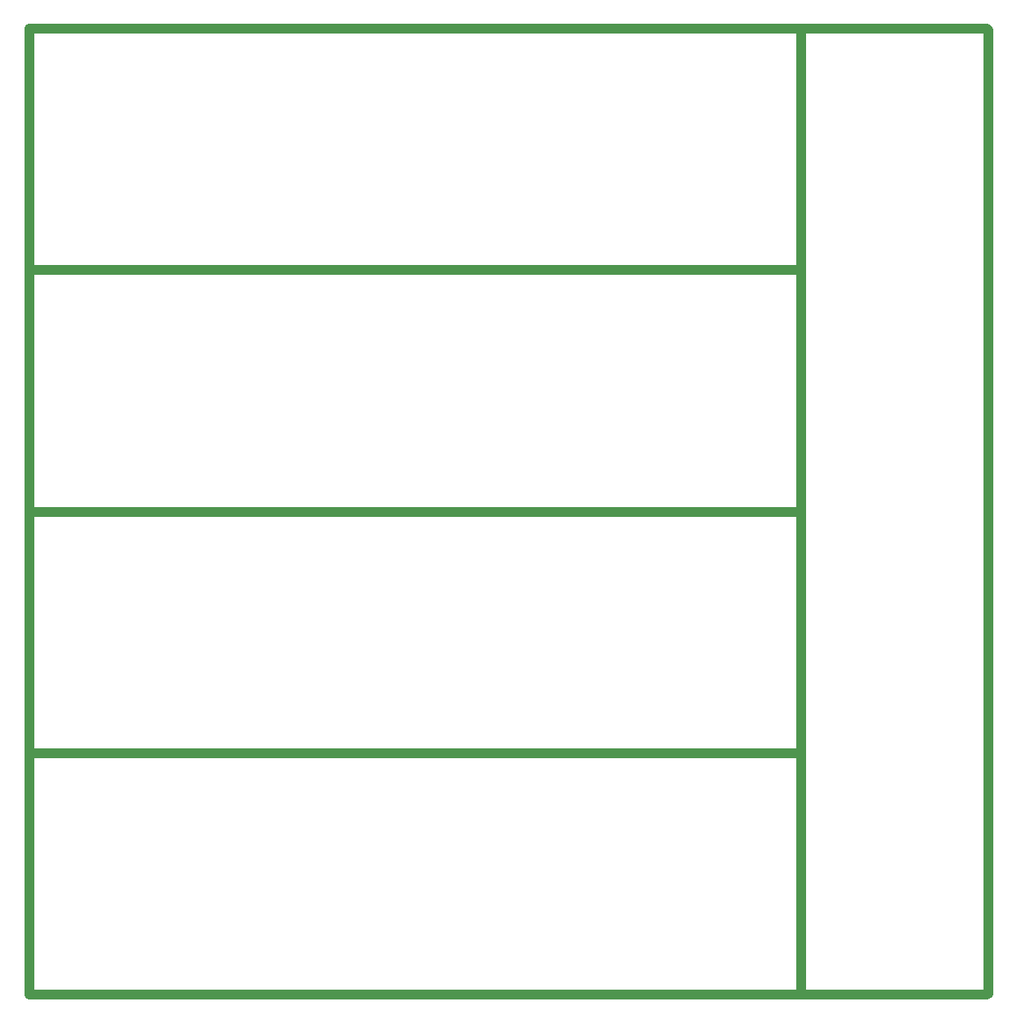
<source format=gm1>
G04*
G04 #@! TF.GenerationSoftware,Altium Limited,Altium Designer,21.4.1 (30)*
G04*
G04 Layer_Color=16711935*
%FSLAX44Y44*%
%MOMM*%
G71*
G04*
G04 #@! TF.SameCoordinates,DC4F367D-8D4E-4889-AD52-647C8777383A*
G04*
G04*
G04 #@! TF.FilePolarity,Positive*
G04*
G01*
G75*
%ADD16C,1.0000*%
D16*
X3027900Y2528190D02*
X2805280D01*
X3029090Y2527000D02*
X3027900Y2528190D01*
X3029090Y1529380D02*
Y2527000D01*
Y1529380D02*
X3027900Y1528190D01*
X2825910D01*
X2035910D02*
Y1778190D01*
X2835910D02*
X2035910D01*
X2835910Y1528190D02*
Y1778190D01*
Y1528190D02*
X2035910D01*
Y1778190D02*
Y2028190D01*
X2835910D02*
X2035910D01*
X2835910Y1778190D02*
Y2028190D01*
Y1778190D02*
X2035910D01*
Y2028190D02*
Y2278190D01*
X2835910D02*
X2035910D01*
X2835910Y2028190D02*
Y2278190D01*
Y2028190D02*
X2035910D01*
Y2278190D02*
Y2528190D01*
X2835910D02*
X2035910D01*
X2835910Y2278190D02*
Y2528190D01*
Y2278190D02*
X2035910D01*
M02*

</source>
